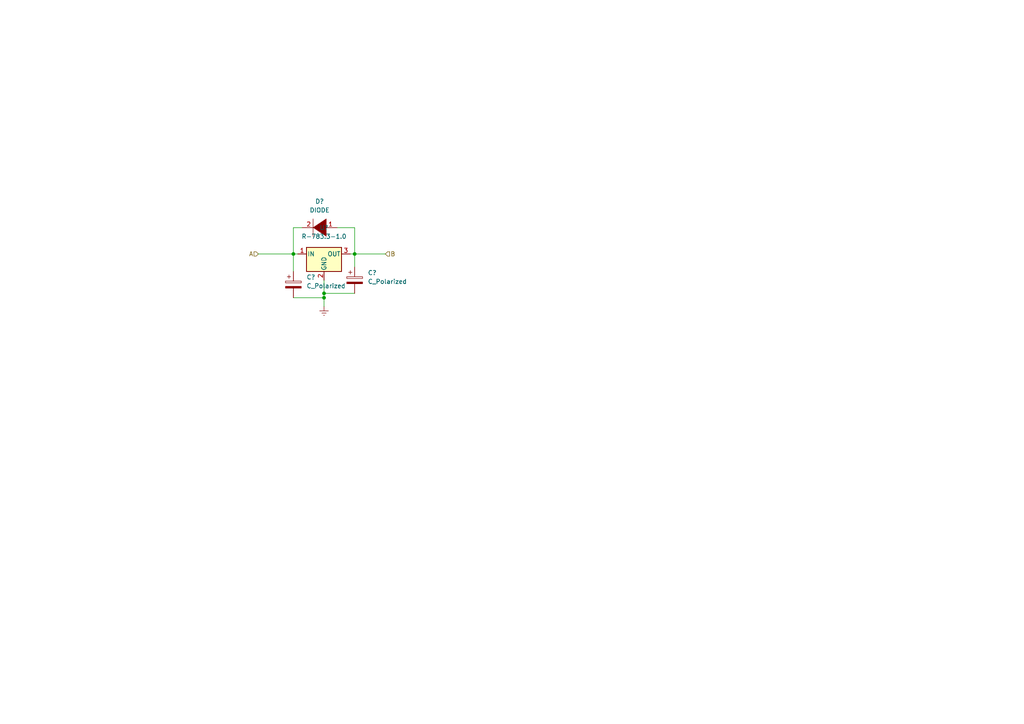
<source format=kicad_sch>
(kicad_sch (version 20211123) (generator eeschema)
  (paper "A4")
  (lib_symbols
    (symbol "Device:C_Polarized" (pin_numbers hide) (pin_names (offset 0.254))
      (property "Reference" "C" (at 0.635 2.54 0))
      (property "Value" "C_Polarized" (at 0.635 -2.54 0))
      (symbol "C_Polarized_0_1"
        (rectangle (start -2.286 0.508) (end 2.286 1.016))
        (polyline (pts (xy -1.778 2.286) (xy -0.762 2.286)))
        (polyline (pts (xy -1.27 2.794) (xy -1.27 1.778)))
        (rectangle (start 2.286 -0.508) (end -2.286 -1.016) (fill (type outline)))
      )
      (symbol "C_Polarized_1_1"
        (pin passive line (at 0 3.81 270) (length 2.794) (name "~") (number "1"))
        (pin passive line (at 0 -3.81 90) (length 2.794) (name "~") (number "2"))
      )
    )
    (symbol "Regulator_Switching:R-783.3-1.0" (pin_names (offset 0.254))
      (property "Reference" "U" (at -3.81 3.175 0))
      (property "Value" "R-783.3-1.0" (at 0 3.175 0))
      (symbol "R-783.3-1.0_0_1"
        (rectangle (start -5.08 1.905) (end 5.08 -5.08) (stroke (width 0.254)) (fill (type background)))
      )
      (symbol "R-783.3-1.0_1_1"
        (pin power_in line (at -7.62 0 0) (length 2.54) (name "IN") (number "1"))
        (pin power_in line (at 0 -7.62 90) (length 2.54) (name "GND") (number "2"))
        (pin power_out line (at 7.62 0 180) (length 2.54) (name "OUT") (number "3"))
      )
    )
    (symbol "power:Earth" (power) (pin_names (offset 0))
      (symbol "Earth_0_1"
        (polyline (pts (xy -0.635 -1.905) (xy 0.635 -1.905)))
        (polyline (pts (xy -0.127 -2.54) (xy 0.127 -2.54)))
        (polyline (pts (xy 0 -1.27) (xy 0 0)))
        (polyline (pts (xy 1.27 -1.27) (xy -1.27 -1.27)))
      )
      (symbol "Earth_1_1"
        (pin power_in line (at 0 0 270) (length 0) hide (name "Earth") (number "1"))
      )
    )
    (symbol "pspice:DIODE" (pin_names (offset 1.016) hide)
      (property "Reference" "D" (at 0 3.81 0))
      (property "Value" "DIODE" (at 0 -4.445 0))
      (symbol "DIODE_0_1"
        (polyline (pts (xy 1.905 2.54) (xy 1.905 -2.54)))
        (polyline (pts (xy -1.905 2.54) (xy -1.905 -2.54) (xy 1.905 0)) (fill (type outline)))
      )
      (symbol "DIODE_1_1"
        (pin input line (at -5.08 0 0) (length 3.81) (name "K") (number "1"))
        (pin input line (at 5.08 0 180) (length 3.81) (name "A") (number "2"))
      )
    )
  )
  (junction (at 85.09 73.66))
  (junction (at 102.87 73.66))
  (junction (at 93.98 86.36))
  (junction (at 93.98 85.09))
  (wire (pts (xy 93.98 85.09) (xy 102.87 85.09)))
  (wire (pts (xy 87.63 66.04) (xy 85.09 66.04)))
  (wire (pts (xy 86.36 73.66) (xy 85.09 73.66)))
  (wire (pts (xy 102.87 77.47) (xy 102.87 73.66)))
  (wire (pts (xy 102.87 73.66) (xy 101.6 73.66)))
  (wire (pts (xy 85.09 73.66) (xy 74.93 73.66)))
  (wire (pts (xy 85.09 66.04) (xy 85.09 73.66)))
  (wire (pts (xy 85.09 73.66) (xy 85.09 78.74)))
  (wire (pts (xy 102.87 73.66) (xy 111.76 73.66)))
  (wire (pts (xy 85.09 86.36) (xy 93.98 86.36)))
  (wire (pts (xy 102.87 73.66) (xy 102.87 66.04)))
  (wire (pts (xy 93.98 86.36) (xy 93.98 88.9)))
  (wire (pts (xy 93.98 81.28) (xy 93.98 85.09)))
  (wire (pts (xy 102.87 66.04) (xy 97.79 66.04)))
  (wire (pts (xy 93.98 85.09) (xy 93.98 86.36)))
  (hierarchical_label "A" (shape input) (at 74.93 73.66 180))
  (hierarchical_label "B" (shape input) (at 111.76 73.66 0))
  (symbol (lib_id "pspice:DIODE") (at 92.71 66.04 180) (unit 1)
    (property "Reference" "D?" (at 92.71 58.42 0))
    (property "Value" "DIODE" (at 92.71 60.96 0))
  )
  (symbol (lib_id "power:Earth") (at 93.98 88.9 0) (unit 1)
    (property "Reference" "#PWR?" (effects hide))
    (property "Value" "Earth" (effects hide))
  )
  (symbol (lib_id "Regulator_Switching:R-783.3-1.0") (at 93.98 73.66 0) (unit 1)
    (property "Reference" "U?" (at 93.98 66.04 0))
    (property "Value" "R-783.3-1.0" (at 93.98 68.58 0))
    (property "Footprint" "Converter_DCDC:Converter_DCDC_RECOM_R-78E-0.5_THT" (effects hide))
    (property "Datasheet" "https://www.recom-power.com/pdf/Innoline/R-78xx-1.0.pdf" (effects hide))
  )
  (symbol (lib_id "Device:C_Polarized") (at 85.09 82.55 0) (unit 1)
    (property "Reference" "C?" (at 88.9 80.3909 0) (effects (justify left)))
    (property "Value" "C_Polarized" (at 88.9 82.9309 0) (effects (justify left)))
  )
  (symbol (lib_id "Device:C_Polarized") (at 102.87 81.28 0) (unit 1)
    (property "Reference" "C?" (at 106.68 79.1209 0) (effects (justify left)))
    (property "Value" "C_Polarized" (at 106.68 81.6609 0) (effects (justify left)))
  )
)
</source>
